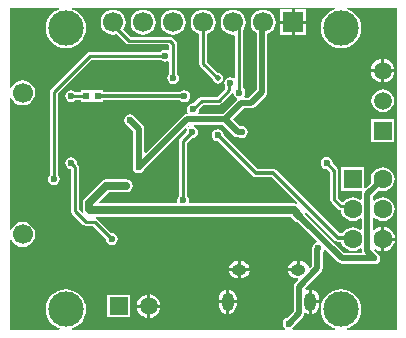
<source format=gbl>
G04 Layer_Physical_Order=2*
G04 Layer_Color=16711680*
%FSLAX25Y25*%
%MOIN*%
G70*
G01*
G75*
%ADD29C,0.01000*%
%ADD30C,0.01181*%
%ADD31C,0.01968*%
%ADD33C,0.02756*%
%ADD34C,0.06693*%
%ADD35R,0.06693X0.06693*%
%ADD36O,0.03937X0.06102*%
%ADD37O,0.04921X0.03740*%
%ADD38R,0.05905X0.05905*%
%ADD39C,0.05905*%
%ADD40R,0.06299X0.06299*%
%ADD41C,0.06299*%
%ADD42R,0.05905X0.05905*%
%ADD43C,0.11811*%
%ADD44C,0.02362*%
%ADD45C,0.01968*%
%ADD46R,0.01968X0.02362*%
G36*
X60839Y69253D02*
X60912Y68735D01*
X60641Y68554D01*
X60323Y68943D01*
X60661Y69281D01*
X60839Y69253D01*
D02*
G37*
G36*
X75589Y79848D02*
X75697Y79303D01*
X76132Y78652D01*
X76658Y78300D01*
X76659Y78299D01*
X76759Y77850D01*
X76750Y77713D01*
X72005Y72968D01*
X64023D01*
X63756Y73468D01*
X63940Y73744D01*
X64093Y74512D01*
X64068Y74638D01*
X65567Y76136D01*
X70697D01*
X71199Y76236D01*
X71625Y76521D01*
X75058Y79954D01*
X75589Y79848D01*
D02*
G37*
G36*
X130099Y1003D02*
X113547D01*
X113473Y1503D01*
X113991Y1661D01*
X115154Y2282D01*
X116173Y3118D01*
X117009Y4138D01*
X117631Y5300D01*
X118013Y6562D01*
X118143Y7874D01*
X118013Y9186D01*
X117631Y10448D01*
X117009Y11610D01*
X116173Y12630D01*
X115154Y13466D01*
X113991Y14087D01*
X112729Y14470D01*
X111417Y14599D01*
X110105Y14470D01*
X108844Y14087D01*
X107681Y13466D01*
X106662Y12630D01*
X105825Y11610D01*
X105204Y10448D01*
X104821Y9186D01*
X104692Y7874D01*
X104821Y6562D01*
X105204Y5300D01*
X105825Y4138D01*
X106662Y3118D01*
X107681Y2282D01*
X108844Y1661D01*
X109362Y1503D01*
X109288Y1003D01*
X95290D01*
X95139Y1503D01*
X95407Y1683D01*
X95842Y2334D01*
X95859Y2419D01*
X98710Y5270D01*
X99102Y5856D01*
X99227Y6487D01*
X99446Y6635D01*
X99739Y6747D01*
X100398Y6474D01*
X100673Y6438D01*
Y10449D01*
Y14460D01*
X100398Y14424D01*
X100000Y14259D01*
X99471Y14535D01*
X99426Y14805D01*
X104840Y20219D01*
X105232Y20805D01*
X105369Y21496D01*
Y27037D01*
X105665Y27480D01*
X105707Y27690D01*
X106185Y27835D01*
X110475Y23546D01*
X111061Y23154D01*
X111752Y23017D01*
X121680D01*
X121752Y22968D01*
X122520Y22816D01*
X123288Y22968D01*
X123939Y23404D01*
X124374Y24055D01*
X124527Y24823D01*
X124374Y25591D01*
X123939Y26242D01*
X123405Y26599D01*
X122380Y27624D01*
X122393Y27674D01*
X122959Y27869D01*
X123218Y27671D01*
X124228Y27253D01*
X124811Y27176D01*
Y31295D01*
Y35415D01*
X124228Y35338D01*
X123218Y34920D01*
X122539Y34398D01*
X122039Y34637D01*
Y38330D01*
X122285Y38414D01*
X122539Y38460D01*
X123326Y37856D01*
X124283Y37460D01*
X125311Y37324D01*
X126339Y37460D01*
X127296Y37856D01*
X128119Y38487D01*
X128750Y39310D01*
X129147Y40268D01*
X129282Y41295D01*
X129147Y42323D01*
X128750Y43281D01*
X128119Y44103D01*
X127296Y44734D01*
X126339Y45131D01*
X125311Y45266D01*
X124283Y45131D01*
X123326Y44734D01*
X122539Y44130D01*
X122285Y44177D01*
X122039Y44261D01*
Y45468D01*
X124104Y47534D01*
X124283Y47460D01*
X125311Y47324D01*
X126339Y47460D01*
X127296Y47856D01*
X128119Y48487D01*
X128750Y49310D01*
X129147Y50267D01*
X129282Y51295D01*
X129147Y52323D01*
X128750Y53281D01*
X128119Y54103D01*
X127296Y54734D01*
X126339Y55131D01*
X125311Y55266D01*
X124283Y55131D01*
X123326Y54734D01*
X122503Y54103D01*
X121872Y53281D01*
X121475Y52323D01*
X121340Y51295D01*
X121475Y50267D01*
X121550Y50088D01*
X119710Y48249D01*
X119248Y48440D01*
Y55232D01*
X111374D01*
Y47358D01*
X118334D01*
X118528Y46996D01*
X118554Y46858D01*
X118426Y46216D01*
Y44495D01*
X117926Y44251D01*
X117297Y44734D01*
X116339Y45131D01*
X115311Y45266D01*
X114283Y45131D01*
X113326Y44734D01*
X112503Y44103D01*
X112276Y43807D01*
X111648Y43771D01*
X110525Y44894D01*
Y54067D01*
X110425Y54569D01*
X110141Y54995D01*
X108628Y56508D01*
X108653Y56634D01*
X108500Y57402D01*
X108065Y58053D01*
X107414Y58488D01*
X106646Y58641D01*
X105878Y58488D01*
X105227Y58053D01*
X104791Y57402D01*
X104639Y56634D01*
X104791Y55866D01*
X105227Y55215D01*
X105878Y54780D01*
X106646Y54627D01*
X106771Y54652D01*
X107900Y53523D01*
Y44350D01*
X108000Y43848D01*
X108284Y43422D01*
X110420Y41286D01*
X110846Y41002D01*
X111348Y40902D01*
X111392D01*
X111475Y40268D01*
X111872Y39310D01*
X112503Y38487D01*
X113326Y37856D01*
X114283Y37460D01*
X115311Y37324D01*
X116339Y37460D01*
X117297Y37856D01*
X117926Y38339D01*
X118426Y38095D01*
Y34495D01*
X117926Y34251D01*
X117297Y34734D01*
X116339Y35131D01*
X115311Y35266D01*
X114283Y35131D01*
X113326Y34734D01*
X112503Y34103D01*
X111872Y33281D01*
X111839Y33200D01*
X110972D01*
X89911Y54261D01*
X89455Y54566D01*
X88917Y54673D01*
X83574D01*
X72315Y65932D01*
X72318Y65949D01*
X72165Y66717D01*
X71730Y67368D01*
X71079Y67803D01*
X70311Y67956D01*
X69543Y67803D01*
X68892Y67368D01*
X68457Y66717D01*
X68304Y65949D01*
X68457Y65181D01*
X68892Y64530D01*
X69543Y64095D01*
X70311Y63942D01*
X70328Y63945D01*
X81999Y52274D01*
X82455Y51970D01*
X82992Y51863D01*
X88335D01*
X96889Y43309D01*
X96570Y42921D01*
X96475Y42985D01*
X95630Y43153D01*
X60981D01*
X60699Y43653D01*
X60826Y44291D01*
X60673Y45059D01*
X60238Y45711D01*
X60132Y45782D01*
Y63433D01*
X61685Y64986D01*
X61811Y64961D01*
X62579Y65114D01*
X63230Y65549D01*
X63665Y66200D01*
X63818Y66969D01*
X63665Y67737D01*
X63230Y68388D01*
X62579Y68823D01*
X62417Y68855D01*
X62466Y69355D01*
X72005D01*
X75669Y65691D01*
X76255Y65300D01*
X76946Y65162D01*
X77526D01*
X77598Y65114D01*
X78366Y64961D01*
X79134Y65114D01*
X79785Y65549D01*
X80220Y66200D01*
X80373Y66969D01*
X80220Y67737D01*
X79785Y68388D01*
X79134Y68823D01*
X78366Y68976D01*
X77638Y68831D01*
X75308Y71161D01*
X78988Y74842D01*
X81361D01*
X82053Y74980D01*
X82639Y75371D01*
X86395Y79128D01*
X86787Y79714D01*
X86924Y80405D01*
Y99654D01*
X87597Y99932D01*
X88460Y100595D01*
X89123Y101459D01*
X89539Y102464D01*
X89681Y103543D01*
X89539Y104622D01*
X89123Y105628D01*
X88460Y106492D01*
X87597Y107154D01*
X86591Y107571D01*
X85512Y107713D01*
X84433Y107571D01*
X83427Y107154D01*
X82564Y106492D01*
X81901Y105628D01*
X81484Y104622D01*
X81342Y103543D01*
X81484Y102464D01*
X81901Y101459D01*
X82564Y100595D01*
X83312Y100021D01*
Y81153D01*
X80613Y78455D01*
X79440D01*
X79173Y78955D01*
X79405Y79303D01*
X79558Y80071D01*
X79405Y80839D01*
X78970Y81490D01*
X78864Y81561D01*
Y101121D01*
X79123Y101459D01*
X79539Y102464D01*
X79681Y103543D01*
X79539Y104622D01*
X79123Y105628D01*
X78460Y106492D01*
X77597Y107154D01*
X76591Y107571D01*
X75512Y107713D01*
X74433Y107571D01*
X73427Y107154D01*
X72563Y106492D01*
X71901Y105628D01*
X71484Y104622D01*
X71342Y103543D01*
X71484Y102464D01*
X71901Y101459D01*
X72563Y100595D01*
X73427Y99932D01*
X74433Y99516D01*
X75512Y99374D01*
X75863Y99420D01*
X76239Y99090D01*
Y85088D01*
X75739Y84829D01*
X75299Y85123D01*
X74531Y85276D01*
X73763Y85123D01*
X73112Y84688D01*
X72677Y84037D01*
X72524Y83269D01*
X72677Y82501D01*
X72817Y82291D01*
Y81426D01*
X70153Y78761D01*
X65023D01*
X64521Y78662D01*
X64095Y78377D01*
X62212Y76494D01*
X62086Y76519D01*
X61318Y76366D01*
X60667Y75931D01*
X60232Y75280D01*
X60079Y74512D01*
X60232Y73744D01*
X60416Y73468D01*
X60149Y72968D01*
X59987D01*
X59295Y72830D01*
X58709Y72439D01*
X46292Y60021D01*
X45830Y60213D01*
Y68024D01*
X45693Y68715D01*
X45301Y69301D01*
X43013Y71589D01*
X42996Y71674D01*
X42561Y72325D01*
X41910Y72760D01*
X41142Y72913D01*
X40374Y72760D01*
X39722Y72325D01*
X39287Y71674D01*
X39135Y70906D01*
X39287Y70137D01*
X39722Y69486D01*
X40374Y69051D01*
X40458Y69034D01*
X42217Y67275D01*
Y56038D01*
X42169Y55967D01*
X42017Y55198D01*
X42169Y54430D01*
X42604Y53779D01*
X43255Y53344D01*
X44024Y53191D01*
X44792Y53344D01*
X45443Y53779D01*
X45878Y54430D01*
X45895Y54515D01*
X59837Y68457D01*
X60225Y68138D01*
X59957Y67737D01*
X59804Y66969D01*
X59829Y66843D01*
X57891Y64904D01*
X57606Y64479D01*
X57506Y63976D01*
Y45782D01*
X57400Y45711D01*
X56965Y45059D01*
X56812Y44291D01*
X56939Y43653D01*
X56657Y43153D01*
X31042D01*
X30851Y43615D01*
X34104Y46867D01*
X39764D01*
X40609Y47035D01*
X41325Y47514D01*
X41804Y48230D01*
X41972Y49075D01*
X41804Y49920D01*
X41325Y50636D01*
X40609Y51114D01*
X39764Y51283D01*
X33189D01*
X32344Y51114D01*
X31628Y50636D01*
X26010Y45018D01*
X25531Y44302D01*
X25363Y43457D01*
Y41295D01*
X25531Y40450D01*
X25636Y40294D01*
X25247Y39975D01*
X23990Y41233D01*
Y55402D01*
X23890Y55905D01*
X23605Y56331D01*
X23448Y56488D01*
X23472Y56614D01*
X23320Y57382D01*
X22885Y58033D01*
X22233Y58469D01*
X21465Y58621D01*
X20697Y58469D01*
X20046Y58033D01*
X19611Y57382D01*
X19458Y56614D01*
X19611Y55846D01*
X20046Y55195D01*
X20697Y54760D01*
X21364Y54627D01*
Y40689D01*
X21464Y40187D01*
X21749Y39761D01*
X25371Y36139D01*
X25797Y35854D01*
X26299Y35754D01*
X28736D01*
X33069Y31421D01*
X33044Y31295D01*
X33197Y30527D01*
X33632Y29876D01*
X34283Y29441D01*
X35051Y29288D01*
X35819Y29441D01*
X36470Y29876D01*
X36906Y30527D01*
X37058Y31295D01*
X36906Y32063D01*
X36470Y32715D01*
X35819Y33150D01*
X35051Y33302D01*
X34925Y33277D01*
X30208Y37995D01*
X29845Y38237D01*
X29848Y38484D01*
X29929Y38737D01*
X94715D01*
X95872Y37581D01*
X96588Y37102D01*
X97000Y37020D01*
X103398Y30623D01*
X103253Y30144D01*
X103043Y30102D01*
X102392Y29667D01*
X101957Y29016D01*
X101804Y28248D01*
X101805Y28243D01*
X101757Y28000D01*
Y22244D01*
X101106Y21594D01*
X100633Y21755D01*
X100623Y21828D01*
X100334Y22526D01*
X99874Y23126D01*
X99274Y23586D01*
X98576Y23875D01*
X97827Y23974D01*
X97736D01*
Y21079D01*
X97236D01*
Y20579D01*
X93817D01*
X93849Y20330D01*
X94139Y19631D01*
X94599Y19032D01*
X95198Y18572D01*
X95896Y18282D01*
X96646Y18184D01*
X97043D01*
X97234Y17722D01*
X96156Y16643D01*
X95764Y16057D01*
X95627Y15366D01*
Y7295D01*
X93305Y4973D01*
X93220Y4957D01*
X92569Y4522D01*
X92134Y3870D01*
X91981Y3102D01*
X92134Y2334D01*
X92569Y1683D01*
X92838Y1503D01*
X92686Y1003D01*
X21815D01*
X21741Y1503D01*
X22259Y1661D01*
X23421Y2282D01*
X24441Y3118D01*
X25277Y4138D01*
X25898Y5300D01*
X26281Y6562D01*
X26410Y7874D01*
X26281Y9186D01*
X25898Y10448D01*
X25277Y11610D01*
X24441Y12630D01*
X23421Y13466D01*
X22259Y14087D01*
X20997Y14470D01*
X19685Y14599D01*
X18373Y14470D01*
X17111Y14087D01*
X15949Y13466D01*
X14930Y12630D01*
X14093Y11610D01*
X13472Y10448D01*
X13089Y9186D01*
X12960Y7874D01*
X13089Y6562D01*
X13472Y5300D01*
X14093Y4138D01*
X14930Y3118D01*
X15949Y2282D01*
X17111Y1661D01*
X17629Y1503D01*
X17555Y1003D01*
X1003D01*
Y31117D01*
X1503Y31217D01*
X1700Y30742D01*
X2363Y29879D01*
X3226Y29216D01*
X4232Y28799D01*
X5311Y28657D01*
X6390Y28799D01*
X7396Y29216D01*
X8259Y29879D01*
X8922Y30742D01*
X9339Y31748D01*
X9481Y32827D01*
X9339Y33906D01*
X8922Y34912D01*
X8259Y35775D01*
X7396Y36438D01*
X6390Y36854D01*
X5311Y36996D01*
X4232Y36854D01*
X3226Y36438D01*
X2363Y35775D01*
X1700Y34912D01*
X1503Y34437D01*
X1003Y34536D01*
Y78361D01*
X1503Y78461D01*
X1700Y77986D01*
X2363Y77123D01*
X3226Y76460D01*
X4232Y76043D01*
X5311Y75901D01*
X6390Y76043D01*
X7396Y76460D01*
X8259Y77123D01*
X8922Y77986D01*
X9339Y78992D01*
X9481Y80071D01*
X9339Y81150D01*
X8922Y82156D01*
X8259Y83019D01*
X7396Y83682D01*
X6390Y84098D01*
X5311Y84240D01*
X4232Y84098D01*
X3226Y83682D01*
X2363Y83019D01*
X1700Y82156D01*
X1503Y81681D01*
X1003Y81780D01*
Y108445D01*
X17555D01*
X17629Y107945D01*
X17111Y107788D01*
X15949Y107167D01*
X14930Y106330D01*
X14093Y105311D01*
X13472Y104148D01*
X13089Y102887D01*
X12960Y101575D01*
X13089Y100263D01*
X13472Y99001D01*
X14093Y97838D01*
X14930Y96819D01*
X15949Y95983D01*
X17111Y95361D01*
X18373Y94979D01*
X19685Y94849D01*
X20997Y94979D01*
X22259Y95361D01*
X23421Y95983D01*
X24441Y96819D01*
X25277Y97838D01*
X25898Y99001D01*
X26281Y100263D01*
X26410Y101575D01*
X26281Y102887D01*
X25898Y104148D01*
X25277Y105311D01*
X24441Y106330D01*
X23421Y107167D01*
X22259Y107788D01*
X21741Y107945D01*
X21815Y108445D01*
X109288Y108445D01*
X109362Y107945D01*
X108844Y107788D01*
X107681Y107167D01*
X106662Y106330D01*
X105825Y105311D01*
X105204Y104148D01*
X104821Y102887D01*
X104692Y101575D01*
X104821Y100263D01*
X105204Y99001D01*
X105825Y97838D01*
X106662Y96819D01*
X107681Y95983D01*
X108844Y95361D01*
X110105Y94979D01*
X111417Y94849D01*
X112729Y94979D01*
X113991Y95361D01*
X115154Y95983D01*
X116173Y96819D01*
X117009Y97838D01*
X117631Y99001D01*
X118013Y100263D01*
X118143Y101575D01*
X118013Y102887D01*
X117631Y104148D01*
X117009Y105311D01*
X116173Y106330D01*
X115154Y107167D01*
X113991Y107788D01*
X113473Y107945D01*
X113547Y108445D01*
X130099D01*
Y1003D01*
D02*
G37*
G36*
X109396Y30802D02*
X109852Y30497D01*
X110390Y30390D01*
X111459D01*
X111475Y30268D01*
X111872Y29310D01*
X112503Y28487D01*
X113326Y27856D01*
X114283Y27460D01*
X115311Y27324D01*
X116339Y27460D01*
X117297Y27856D01*
X117926Y28339D01*
X118426Y28095D01*
Y27217D01*
X118466Y27016D01*
X118149Y26629D01*
X112500D01*
X99555Y39575D01*
X99473Y39987D01*
X99409Y40082D01*
X99797Y40401D01*
X109396Y30802D01*
D02*
G37*
%LPC*%
G36*
X80971Y20579D02*
X78051D01*
Y18184D01*
X78142D01*
X78891Y18282D01*
X79589Y18572D01*
X80189Y19032D01*
X80649Y19631D01*
X80938Y20330D01*
X80971Y20579D01*
D02*
G37*
G36*
X77051D02*
X74132D01*
X74164Y20330D01*
X74454Y19631D01*
X74914Y19032D01*
X75513Y18572D01*
X76211Y18282D01*
X76961Y18184D01*
X77051D01*
Y20579D01*
D02*
G37*
G36*
X101673Y14460D02*
Y10949D01*
X104167D01*
Y11531D01*
X104065Y12306D01*
X103766Y13029D01*
X103290Y13649D01*
X102670Y14124D01*
X101948Y14424D01*
X101673Y14460D01*
D02*
G37*
G36*
X78142Y23974D02*
X78051D01*
Y21579D01*
X80971D01*
X80938Y21828D01*
X80649Y22526D01*
X80189Y23126D01*
X79589Y23586D01*
X78891Y23875D01*
X78142Y23974D01*
D02*
G37*
G36*
X77051D02*
X76961D01*
X76211Y23875D01*
X75513Y23586D01*
X74914Y23126D01*
X74454Y22526D01*
X74164Y21828D01*
X74132Y21579D01*
X77051D01*
Y23974D01*
D02*
G37*
G36*
X96736D02*
X96646D01*
X95896Y23875D01*
X95198Y23586D01*
X94599Y23126D01*
X94139Y22526D01*
X93849Y21828D01*
X93817Y21579D01*
X96736D01*
Y23974D01*
D02*
G37*
G36*
X74114Y14460D02*
Y10949D01*
X76608D01*
Y11531D01*
X76506Y12306D01*
X76207Y13029D01*
X75731Y13649D01*
X75111Y14124D01*
X74389Y14424D01*
X74114Y14460D01*
D02*
G37*
G36*
X41051Y12689D02*
X33571D01*
Y5209D01*
X41051D01*
Y12689D01*
D02*
G37*
G36*
X73114Y9949D02*
X70620D01*
Y9366D01*
X70722Y8591D01*
X71021Y7869D01*
X71497Y7249D01*
X72117Y6773D01*
X72839Y6474D01*
X73114Y6438D01*
Y9949D01*
D02*
G37*
G36*
X46811Y8449D02*
X43390D01*
X43460Y7917D01*
X43858Y6955D01*
X44492Y6130D01*
X45318Y5496D01*
X46279Y5098D01*
X46811Y5028D01*
Y8449D01*
D02*
G37*
G36*
X51232D02*
X47811D01*
Y5028D01*
X48343Y5098D01*
X49305Y5496D01*
X50130Y6130D01*
X50764Y6955D01*
X51162Y7917D01*
X51232Y8449D01*
D02*
G37*
G36*
X76608Y9949D02*
X74114D01*
Y6438D01*
X74389Y6474D01*
X75111Y6773D01*
X75731Y7249D01*
X76207Y7869D01*
X76506Y8591D01*
X76608Y9366D01*
Y9949D01*
D02*
G37*
G36*
X47811Y12870D02*
Y9449D01*
X51232D01*
X51162Y9981D01*
X50764Y10942D01*
X50130Y11768D01*
X49305Y12402D01*
X48343Y12800D01*
X47811Y12870D01*
D02*
G37*
G36*
X73114Y14460D02*
X72839Y14424D01*
X72117Y14124D01*
X71497Y13649D01*
X71021Y13029D01*
X70722Y12306D01*
X70620Y11531D01*
Y10949D01*
X73114D01*
Y14460D01*
D02*
G37*
G36*
X104167Y9949D02*
X101673D01*
Y6438D01*
X101948Y6474D01*
X102670Y6773D01*
X103290Y7249D01*
X103766Y7869D01*
X104065Y8591D01*
X104167Y9366D01*
Y9949D01*
D02*
G37*
G36*
X46811Y12870D02*
X46279Y12800D01*
X45318Y12402D01*
X44492Y11768D01*
X43858Y10942D01*
X43460Y9981D01*
X43390Y9449D01*
X46811D01*
Y12870D01*
D02*
G37*
G36*
X95012Y103043D02*
X91165D01*
Y99197D01*
X95012D01*
Y103043D01*
D02*
G37*
G36*
X99858D02*
X96012D01*
Y99197D01*
X99858D01*
Y103043D01*
D02*
G37*
G36*
X125811Y91370D02*
Y87949D01*
X129232D01*
X129162Y88481D01*
X128764Y89442D01*
X128130Y90268D01*
X127304Y90901D01*
X126343Y91300D01*
X125811Y91370D01*
D02*
G37*
G36*
X35512Y107713D02*
X34433Y107571D01*
X33427Y107154D01*
X32563Y106492D01*
X31901Y105628D01*
X31484Y104622D01*
X31342Y103543D01*
X31484Y102464D01*
X31901Y101459D01*
X32563Y100595D01*
X33427Y99932D01*
X34433Y99516D01*
X35512Y99374D01*
X36591Y99516D01*
X36779Y99594D01*
X39820Y96552D01*
X40246Y96268D01*
X40748Y96168D01*
X53846D01*
X54199Y95815D01*
Y94419D01*
X53758Y94183D01*
X53579Y94303D01*
X52811Y94456D01*
X52043Y94303D01*
X51392Y93868D01*
X51321Y93761D01*
X27823D01*
X27321Y93661D01*
X26895Y93377D01*
X14808Y81290D01*
X14524Y80865D01*
X14424Y80362D01*
Y52786D01*
X14317Y52715D01*
X13882Y52063D01*
X13729Y51295D01*
X13882Y50527D01*
X14317Y49876D01*
X14968Y49441D01*
X15736Y49288D01*
X16504Y49441D01*
X17155Y49876D01*
X17591Y50527D01*
X17743Y51295D01*
X17591Y52063D01*
X17155Y52715D01*
X17049Y52786D01*
Y79818D01*
X28367Y91136D01*
X51321D01*
X51392Y91030D01*
X52043Y90595D01*
X52811Y90442D01*
X53579Y90595D01*
X53758Y90714D01*
X54199Y90478D01*
Y86439D01*
X54093Y86368D01*
X53658Y85717D01*
X53505Y84949D01*
X53658Y84181D01*
X54093Y83530D01*
X54744Y83095D01*
X55512Y82942D01*
X56280Y83095D01*
X56931Y83530D01*
X57366Y84181D01*
X57519Y84949D01*
X57366Y85717D01*
X56931Y86368D01*
X56824Y86439D01*
Y96358D01*
X56725Y96861D01*
X56440Y97286D01*
X55318Y98409D01*
X54892Y98693D01*
X54390Y98793D01*
X41292D01*
X38907Y101178D01*
X39123Y101459D01*
X39539Y102464D01*
X39681Y103543D01*
X39539Y104622D01*
X39123Y105628D01*
X38460Y106492D01*
X37597Y107154D01*
X36591Y107571D01*
X35512Y107713D01*
D02*
G37*
G36*
X95012Y107890D02*
X91165D01*
Y104043D01*
X95012D01*
Y107890D01*
D02*
G37*
G36*
X99858D02*
X96012D01*
Y104043D01*
X99858D01*
Y107890D01*
D02*
G37*
G36*
X45512Y107713D02*
X44433Y107571D01*
X43427Y107154D01*
X42564Y106492D01*
X41901Y105628D01*
X41484Y104622D01*
X41342Y103543D01*
X41484Y102464D01*
X41901Y101459D01*
X42564Y100595D01*
X43427Y99932D01*
X44433Y99516D01*
X45512Y99374D01*
X46591Y99516D01*
X47597Y99932D01*
X48460Y100595D01*
X49123Y101459D01*
X49539Y102464D01*
X49681Y103543D01*
X49539Y104622D01*
X49123Y105628D01*
X48460Y106492D01*
X47597Y107154D01*
X46591Y107571D01*
X45512Y107713D01*
D02*
G37*
G36*
X55512D02*
X54433Y107571D01*
X53427Y107154D01*
X52564Y106492D01*
X51901Y105628D01*
X51484Y104622D01*
X51342Y103543D01*
X51484Y102464D01*
X51901Y101459D01*
X52564Y100595D01*
X53427Y99932D01*
X54433Y99516D01*
X55512Y99374D01*
X56591Y99516D01*
X57597Y99932D01*
X58460Y100595D01*
X59123Y101459D01*
X59539Y102464D01*
X59681Y103543D01*
X59539Y104622D01*
X59123Y105628D01*
X58460Y106492D01*
X57597Y107154D01*
X56591Y107571D01*
X55512Y107713D01*
D02*
G37*
G36*
X124811Y91370D02*
X124279Y91300D01*
X123318Y90901D01*
X122492Y90268D01*
X121858Y89442D01*
X121460Y88481D01*
X121390Y87949D01*
X124811D01*
Y91370D01*
D02*
G37*
G36*
X129051Y71189D02*
X121571D01*
Y63709D01*
X129051D01*
Y71189D01*
D02*
G37*
G36*
X125311Y81221D02*
X124335Y81093D01*
X123425Y80716D01*
X122643Y80116D01*
X122044Y79335D01*
X121667Y78425D01*
X121539Y77449D01*
X121667Y76473D01*
X122044Y75563D01*
X122643Y74781D01*
X123425Y74182D01*
X124335Y73805D01*
X125311Y73676D01*
X126287Y73805D01*
X127197Y74182D01*
X127979Y74781D01*
X128578Y75563D01*
X128955Y76473D01*
X129083Y77449D01*
X128955Y78425D01*
X128578Y79335D01*
X127979Y80116D01*
X127197Y80716D01*
X126287Y81093D01*
X125311Y81221D01*
D02*
G37*
G36*
X129431Y30795D02*
X125811D01*
Y27176D01*
X126394Y27253D01*
X127404Y27671D01*
X128271Y28336D01*
X128936Y29203D01*
X129354Y30212D01*
X129431Y30795D01*
D02*
G37*
G36*
X125811Y35415D02*
Y31795D01*
X129431D01*
X129354Y32379D01*
X128936Y33388D01*
X128271Y34255D01*
X127404Y34920D01*
X126394Y35338D01*
X125811Y35415D01*
D02*
G37*
G36*
X129232Y86949D02*
X125811D01*
Y83528D01*
X126343Y83598D01*
X127304Y83996D01*
X128130Y84630D01*
X128764Y85455D01*
X129162Y86417D01*
X129232Y86949D01*
D02*
G37*
G36*
X124811D02*
X121390D01*
X121460Y86417D01*
X121858Y85455D01*
X122492Y84630D01*
X123318Y83996D01*
X124279Y83598D01*
X124811Y83528D01*
Y86949D01*
D02*
G37*
G36*
X59211Y80956D02*
X58443Y80803D01*
X57792Y80368D01*
X57774Y80342D01*
X32126D01*
Y80905D01*
X28689D01*
X28583Y80905D01*
X28189D01*
X28083Y80905D01*
X24646D01*
Y80250D01*
X22964D01*
X22885Y80368D01*
X22233Y80803D01*
X21465Y80956D01*
X20697Y80803D01*
X20046Y80368D01*
X19611Y79717D01*
X19458Y78949D01*
X19611Y78181D01*
X20046Y77530D01*
X20697Y77095D01*
X21465Y76942D01*
X22233Y77095D01*
X22885Y77530D01*
X22948Y77624D01*
X24646D01*
Y76968D01*
X28083D01*
X28189Y76968D01*
X28583D01*
X28689Y76968D01*
X32126D01*
Y77532D01*
X57790D01*
X57792Y77530D01*
X58443Y77095D01*
X59211Y76942D01*
X59979Y77095D01*
X60630Y77530D01*
X61065Y78181D01*
X61218Y78949D01*
X61065Y79717D01*
X60630Y80368D01*
X59979Y80803D01*
X59211Y80956D01*
D02*
G37*
G36*
X65512Y107713D02*
X64433Y107571D01*
X63427Y107154D01*
X62564Y106492D01*
X61901Y105628D01*
X61484Y104622D01*
X61342Y103543D01*
X61484Y102464D01*
X61901Y101459D01*
X62564Y100595D01*
X63427Y99932D01*
X64199Y99613D01*
Y89748D01*
X64299Y89246D01*
X64584Y88820D01*
X68517Y84886D01*
X68642Y84258D01*
X69034Y83671D01*
X69620Y83280D01*
X70311Y83143D01*
X71002Y83280D01*
X71588Y83671D01*
X71980Y84258D01*
X72117Y84949D01*
X71980Y85640D01*
X71588Y86226D01*
X71002Y86618D01*
X70373Y86743D01*
X66824Y90292D01*
Y99613D01*
X67597Y99932D01*
X68460Y100595D01*
X69123Y101459D01*
X69539Y102464D01*
X69681Y103543D01*
X69539Y104622D01*
X69123Y105628D01*
X68460Y106492D01*
X67597Y107154D01*
X66591Y107571D01*
X65512Y107713D01*
D02*
G37*
%LPD*%
D29*
X21465Y78949D02*
X21477Y78937D01*
X26417D01*
X62086Y74512D02*
X65023Y77449D01*
X74130Y80882D02*
Y82868D01*
X70697Y77449D02*
X74130Y80882D01*
X65023Y77449D02*
X70697D01*
X75512Y103543D02*
X77551Y101504D01*
Y80071D02*
Y101504D01*
X74130Y82868D02*
X74531Y83269D01*
X58819Y63976D02*
X61811Y66969D01*
X58819Y44291D02*
Y63976D01*
X35512Y102717D02*
X40748Y97480D01*
X35512Y102717D02*
Y103543D01*
X40748Y97480D02*
X54390D01*
X55512Y96358D01*
Y84949D02*
Y96358D01*
X27823Y92449D02*
X52811D01*
X15736Y80362D02*
X27823Y92449D01*
X15736Y51295D02*
Y80362D01*
X22677Y40689D02*
Y55402D01*
X21465Y56614D02*
X22677Y55402D01*
Y40689D02*
X26299Y37067D01*
X29280D01*
X35051Y31295D01*
X111348Y42215D02*
X112958D01*
X113877Y41295D01*
X109213Y44350D02*
X111348Y42215D01*
X113877Y41295D02*
X115311D01*
X109213Y44350D02*
Y54067D01*
X106646Y56634D02*
X109213Y54067D01*
X65512Y89748D02*
Y103543D01*
Y89748D02*
X70311Y84949D01*
D30*
X59199Y78937D02*
X59211Y78949D01*
X30354Y78937D02*
X59199D01*
X88917Y53268D02*
X110390Y31795D01*
X82992Y53268D02*
X88917D01*
X110390Y31795D02*
X114811D01*
X115311Y31295D01*
X70311Y65949D02*
X82992Y53268D01*
D31*
X59987Y71161D02*
X72753D01*
X44024Y55198D02*
X59987Y71161D01*
X76946Y66969D02*
X78366D01*
X72753Y71161D02*
X76946Y66969D01*
X85118Y80405D02*
Y103150D01*
X81361Y76648D02*
X85118Y80405D01*
X78240Y76648D02*
X81361D01*
X72753Y71161D02*
X78240Y76648D01*
X41066Y70981D02*
X41142Y70906D01*
X97433Y39142D02*
X111752Y24823D01*
X122520D01*
X120232Y46216D02*
X125311Y51295D01*
X120232Y27217D02*
Y46216D01*
Y27217D02*
X122520Y24929D01*
Y24823D02*
Y24929D01*
X85118Y103150D02*
X85512Y103543D01*
X41142Y70906D02*
X44024Y68024D01*
Y55198D02*
Y68024D01*
X103563Y21496D02*
Y28000D01*
X103811Y28248D01*
X97433Y15366D02*
X103563Y21496D01*
X97433Y6547D02*
Y15366D01*
X93988Y3102D02*
X97433Y6547D01*
D33*
X27921Y40945D02*
X95630D01*
X27571Y41295D02*
X27921Y40945D01*
X95630D02*
X97433Y39142D01*
X27571Y43457D02*
X33189Y49075D01*
X39764D01*
X27571Y41295D02*
Y43457D01*
D34*
X35512Y103543D02*
D03*
X45512D02*
D03*
X55512D02*
D03*
X65512D02*
D03*
X75512D02*
D03*
X85512D02*
D03*
X5311Y32827D02*
D03*
Y80071D02*
D03*
D35*
X95512Y103543D02*
D03*
D36*
X101173Y10449D02*
D03*
X73614Y10449D02*
D03*
D37*
X97236Y21079D02*
D03*
X77551D02*
D03*
D38*
X125311Y67449D02*
D03*
D39*
Y77449D02*
D03*
Y87449D02*
D03*
X47311Y8949D02*
D03*
D40*
X115311Y51295D02*
D03*
D41*
Y41295D02*
D03*
X125311Y51295D02*
D03*
Y41295D02*
D03*
X115311Y31295D02*
D03*
X125311D02*
D03*
D42*
X37311Y8949D02*
D03*
D43*
X19685Y7874D02*
D03*
Y101575D02*
D03*
X111417D02*
D03*
Y7874D02*
D03*
D44*
X62086Y74512D02*
D03*
X77551Y80071D02*
D03*
X74531Y83269D02*
D03*
X78366Y66969D02*
D03*
X61811D02*
D03*
X58819Y44291D02*
D03*
X52811Y92449D02*
D03*
X15736Y51295D02*
D03*
X21465Y78949D02*
D03*
X59211D02*
D03*
X21465Y56614D02*
D03*
X35051Y31295D02*
D03*
X122520Y24823D02*
D03*
X41142Y70906D02*
D03*
X27571Y41295D02*
D03*
X39764Y49075D02*
D03*
X44024Y55198D02*
D03*
X106646Y56634D02*
D03*
X70311Y65949D02*
D03*
X103811Y28248D02*
D03*
X93988Y3102D02*
D03*
X55512Y84949D02*
D03*
D45*
X101068Y69599D02*
D03*
Y73930D02*
D03*
X105399Y69599D02*
D03*
Y73930D02*
D03*
X78366Y71765D02*
D03*
X97429Y81001D02*
D03*
X103142Y81093D02*
D03*
X30811Y86094D02*
D03*
X19000Y62713D02*
D03*
X25405D02*
D03*
X58426Y74717D02*
D03*
X80894Y49075D02*
D03*
X107249Y81001D02*
D03*
X5236Y89624D02*
D03*
Y97351D02*
D03*
Y104252D02*
D03*
X5311Y3688D02*
D03*
Y13029D02*
D03*
Y22949D02*
D03*
X52992Y16181D02*
D03*
X62686Y81446D02*
D03*
X43661Y81780D02*
D03*
X43811Y73615D02*
D03*
X46040Y27856D02*
D03*
X40811Y28248D02*
D03*
X105780Y42685D02*
D03*
X100724Y47856D02*
D03*
X76020Y49075D02*
D03*
X30811Y62611D02*
D03*
X37843Y65747D02*
D03*
X37724Y62336D02*
D03*
X60311Y84610D02*
D03*
X108844Y60524D02*
D03*
X104403Y60492D02*
D03*
X88728Y89236D02*
D03*
X93661Y68382D02*
D03*
X70311Y84949D02*
D03*
D46*
X26417Y78937D02*
D03*
X30354D02*
D03*
M02*

</source>
